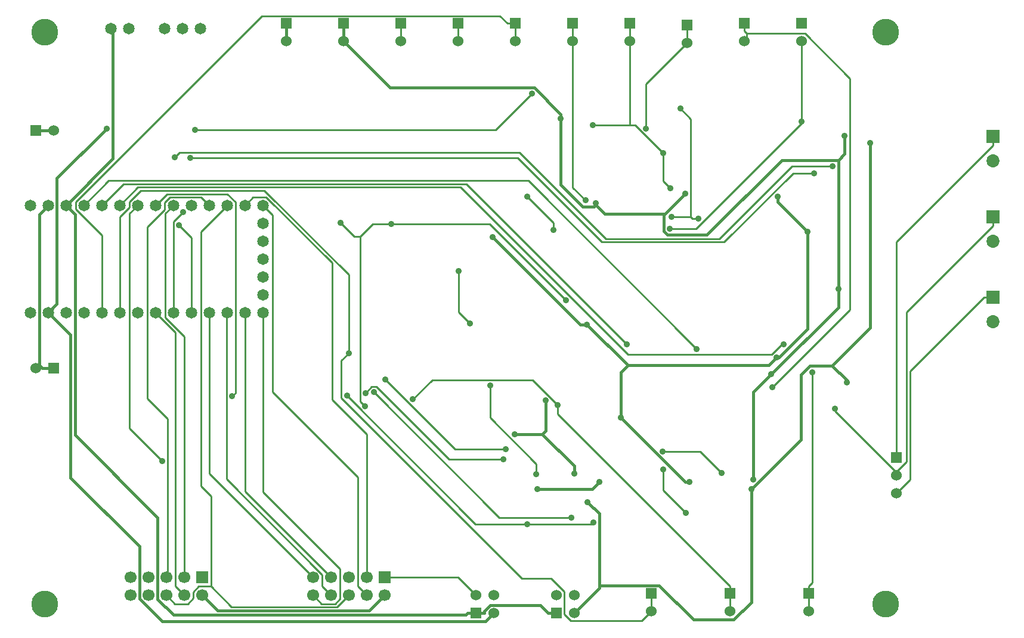
<source format=gbl>
%TF.GenerationSoftware,KiCad,Pcbnew,5.1.7-a382d34a8~87~ubuntu18.04.1*%
%TF.CreationDate,2023-01-26T10:12:30-08:00*%
%TF.ProjectId,potentiostat,706f7465-6e74-4696-9f73-7461742e6b69,rev?*%
%TF.SameCoordinates,Original*%
%TF.FileFunction,Copper,L2,Bot*%
%TF.FilePolarity,Positive*%
%FSLAX46Y46*%
G04 Gerber Fmt 4.6, Leading zero omitted, Abs format (unit mm)*
G04 Created by KiCad (PCBNEW 5.1.7-a382d34a8~87~ubuntu18.04.1) date 2023-01-26 10:12:30*
%MOMM*%
%LPD*%
G01*
G04 APERTURE LIST*
%TA.AperFunction,ComponentPad*%
%ADD10C,1.651000*%
%TD*%
%TA.AperFunction,ComponentPad*%
%ADD11R,1.524000X1.524000*%
%TD*%
%TA.AperFunction,ComponentPad*%
%ADD12C,1.524000*%
%TD*%
%TA.AperFunction,ComponentPad*%
%ADD13C,1.700000*%
%TD*%
%TA.AperFunction,ComponentPad*%
%ADD14R,1.700000X1.700000*%
%TD*%
%TA.AperFunction,ComponentPad*%
%ADD15C,3.810000*%
%TD*%
%TA.AperFunction,ComponentPad*%
%ADD16R,1.854200X1.854200*%
%TD*%
%TA.AperFunction,ComponentPad*%
%ADD17C,1.854200*%
%TD*%
%TA.AperFunction,ViaPad*%
%ADD18C,0.889000*%
%TD*%
%TA.AperFunction,Conductor*%
%ADD19C,0.381000*%
%TD*%
%TA.AperFunction,Conductor*%
%ADD20C,0.254000*%
%TD*%
G04 APERTURE END LIST*
D10*
%TO.P,U2,33*%
%TO.N,Net-(U2-Pad33)*%
X52540000Y-79180000D03*
%TO.P,U2,32*%
%TO.N,/GND*%
X55080000Y-79180000D03*
%TO.P,U2,31*%
%TO.N,/5V*%
X57620000Y-79180000D03*
%TO.P,U2,30*%
%TO.N,/SW_WRK_ELECT*%
X60160000Y-79180000D03*
%TO.P,U2,29*%
%TO.N,/SW_REF_ELECT*%
X62700000Y-79180000D03*
%TO.P,U2,28*%
%TO.N,/SW_CTR_ELECT*%
X65240000Y-79180000D03*
%TO.P,U2,27*%
%TO.N,/TIA_GAIN_A1*%
X67780000Y-79180000D03*
%TO.P,U2,26*%
%TO.N,/TIA_GAIN_A0*%
X70320000Y-79180000D03*
%TO.P,U2,25*%
%TO.N,/D7*%
X72860000Y-79180000D03*
%TO.P,U2,24*%
%TO.N,Net-(U2-Pad24)*%
X75400000Y-79180000D03*
%TO.P,U2,23*%
%TO.N,/SCL*%
X77940000Y-79180000D03*
%TO.P,U2,22*%
%TO.N,/SDA*%
X80480000Y-79180000D03*
%TO.P,U2,21*%
%TO.N,/TX_D1*%
X83020000Y-79180000D03*
%TO.P,U2,20*%
%TO.N,/RX_D0*%
X85560000Y-79180000D03*
%TO.P,U2,19*%
%TO.N,/DAC_GAIN_A1*%
X85560000Y-81720000D03*
%TO.P,U2,18*%
%TO.N,/DAC_GAIN_A0*%
X85560000Y-84260000D03*
%TO.P,U2,17*%
%TO.N,Net-(U2-Pad17)*%
X85560000Y-86800000D03*
%TO.P,U2,16*%
%TO.N,Net-(U2-Pad16)*%
X85560000Y-89340000D03*
%TO.P,U2,15*%
%TO.N,Net-(U2-Pad15)*%
X85560000Y-91880000D03*
%TO.P,U2,14*%
%TO.N,/CS*%
X85560000Y-94420000D03*
%TO.P,U2,13*%
%TO.N,/POCI*%
X83020000Y-94420000D03*
%TO.P,U2,12*%
%TO.N,/PICO*%
X80480000Y-94420000D03*
%TO.P,U2,11*%
%TO.N,/SCK*%
X77940000Y-94420000D03*
%TO.P,U2,10*%
%TO.N,/REF_GAIN_A1*%
X75400000Y-94420000D03*
%TO.P,U2,9*%
%TO.N,/REF_GAIN_A0*%
X72860000Y-94420000D03*
%TO.P,U2,8*%
%TO.N,/A3_D17*%
X70320000Y-94420000D03*
%TO.P,U2,7*%
%TO.N,/REF_ELECT_UNI*%
X67780000Y-94420000D03*
%TO.P,U2,6*%
%TO.N,/TIA_OUT_UNI*%
X65240000Y-94420000D03*
%TO.P,U2,5*%
%TO.N,/DAC_UNI*%
X62700000Y-94420000D03*
%TO.P,U2,4*%
%TO.N,Net-(U2-Pad4)*%
X60160000Y-94420000D03*
%TO.P,U2,3*%
%TO.N,Net-(U2-Pad3)*%
X57620000Y-94420000D03*
%TO.P,U2,2*%
%TO.N,/3V3*%
X55080000Y-94420000D03*
%TO.P,U2,1*%
%TO.N,Net-(U2-Pad1)*%
X52540000Y-94420000D03*
%TD*%
D11*
%TO.P,P5,1*%
%TO.N,/GND*%
X53340000Y-68580000D03*
D12*
%TO.P,P5,2*%
X55880000Y-68580000D03*
%TD*%
D11*
%TO.P,K1,1*%
%TO.N,/CTR_ELECT_OUT*%
X175514000Y-115062000D03*
D12*
%TO.P,K1,2*%
%TO.N,/REF_ELECT_OUT*%
X175514000Y-117602000D03*
%TO.P,K1,3*%
%TO.N,/WRK_ELECT_OUT*%
X175514000Y-120142000D03*
%TD*%
D13*
%TO.P,P14,10*%
%TO.N,/CS*%
X66802000Y-134620000D03*
%TO.P,P14,9*%
%TO.N,/SCK*%
X66802000Y-132080000D03*
%TO.P,P14,8*%
%TO.N,/PICO*%
X69342000Y-134620000D03*
%TO.P,P14,7*%
%TO.N,/POCI*%
X69342000Y-132080000D03*
%TO.P,P14,6*%
%TO.N,/SDA*%
X71882000Y-134620000D03*
%TO.P,P14,5*%
%TO.N,/SCL*%
X71882000Y-132080000D03*
%TO.P,P14,4*%
%TO.N,/A3_D17*%
X74422000Y-134620000D03*
%TO.P,P14,3*%
%TO.N,/D7*%
X74422000Y-132080000D03*
%TO.P,P14,2*%
%TO.N,/GND*%
X76962000Y-134620000D03*
D14*
%TO.P,P14,1*%
%TO.N,/VEXP*%
X76962000Y-132080000D03*
%TD*%
D13*
%TO.P,P13,10*%
%TO.N,/CS*%
X92710000Y-134620000D03*
%TO.P,P13,9*%
%TO.N,/SCK*%
X92710000Y-132080000D03*
%TO.P,P13,8*%
%TO.N,/PICO*%
X95250000Y-134620000D03*
%TO.P,P13,7*%
%TO.N,/POCI*%
X95250000Y-132080000D03*
%TO.P,P13,6*%
%TO.N,/SDA*%
X97790000Y-134620000D03*
%TO.P,P13,5*%
%TO.N,/SCL*%
X97790000Y-132080000D03*
%TO.P,P13,4*%
%TO.N,/RX_D0*%
X100330000Y-134620000D03*
%TO.P,P13,3*%
%TO.N,/TX_D1*%
X100330000Y-132080000D03*
%TO.P,P13,2*%
%TO.N,/GND*%
X102870000Y-134620000D03*
D14*
%TO.P,P13,1*%
%TO.N,/VUEXT*%
X102870000Y-132080000D03*
%TD*%
D11*
%TO.P,P7,1*%
%TO.N,/DAC_BIP*%
X129540000Y-53340000D03*
D12*
%TO.P,P7,2*%
X129540000Y-55880000D03*
%TD*%
D11*
%TO.P,P9,1*%
%TO.N,/DAC_BIP_NX*%
X137668000Y-53340000D03*
D12*
%TO.P,P9,2*%
X137668000Y-55880000D03*
%TD*%
D11*
%TO.P,P20,1*%
%TO.N,/CTR_ELECT*%
X163068000Y-134366000D03*
D12*
%TO.P,P20,2*%
X163068000Y-136906000D03*
%TD*%
%TO.P,P21,2*%
%TO.N,/REF_ELECT_UNI*%
X145796000Y-56134000D03*
D11*
%TO.P,P21,1*%
X145796000Y-53594000D03*
%TD*%
%TO.P,P19,1*%
%TO.N,/REF_ELECT_BUF*%
X153924000Y-53340000D03*
D12*
%TO.P,P19,2*%
X153924000Y-55880000D03*
%TD*%
D11*
%TO.P,P6,1*%
%TO.N,/DAC_UNI*%
X121412000Y-53340000D03*
D12*
%TO.P,P6,2*%
X121412000Y-55880000D03*
%TD*%
D11*
%TO.P,P10,1*%
%TO.N,/REF_0V6*%
X105156000Y-53340000D03*
D12*
%TO.P,P10,2*%
X105156000Y-55880000D03*
%TD*%
D11*
%TO.P,P12,1*%
%TO.N,/+15V*%
X97028000Y-53340000D03*
D12*
%TO.P,P12,2*%
X97028000Y-55880000D03*
%TD*%
D11*
%TO.P,P11,1*%
%TO.N,/-15V*%
X88900000Y-53340000D03*
D12*
%TO.P,P11,2*%
X88900000Y-55880000D03*
%TD*%
D11*
%TO.P,P4,1*%
%TO.N,/GND*%
X55880000Y-102362000D03*
D12*
%TO.P,P4,2*%
X53340000Y-102362000D03*
%TD*%
D11*
%TO.P,P18,1*%
%TO.N,/TIA_OUT_UNI*%
X140716000Y-134366000D03*
D12*
%TO.P,P18,2*%
X140716000Y-136906000D03*
%TD*%
D11*
%TO.P,P17,1*%
%TO.N,/TIA_OUT_BIP*%
X151892000Y-134366000D03*
D12*
%TO.P,P17,2*%
X151892000Y-136906000D03*
%TD*%
D11*
%TO.P,P8,1*%
%TO.N,/REF_NEG_0V6*%
X113284000Y-53340000D03*
D12*
%TO.P,P8,2*%
X113284000Y-55880000D03*
%TD*%
D11*
%TO.P,P16,1*%
%TO.N,/5V*%
X127254000Y-137160000D03*
D12*
%TO.P,P16,2*%
%TO.N,/VEXP*%
X127254000Y-134620000D03*
%TO.P,P16,3*%
%TO.N,/3V3*%
X129794000Y-137160000D03*
%TO.P,P16,4*%
%TO.N,/VEXP*%
X129794000Y-134620000D03*
%TD*%
D11*
%TO.P,P15,1*%
%TO.N,/5V*%
X115824000Y-137160000D03*
D12*
%TO.P,P15,2*%
%TO.N,/VUEXT*%
X115824000Y-134620000D03*
%TO.P,P15,3*%
%TO.N,/3V3*%
X118364000Y-137160000D03*
%TO.P,P15,4*%
%TO.N,/VUEXT*%
X118364000Y-134620000D03*
%TD*%
D15*
%TO.P,H3,*%
%TO.N,*%
X173990000Y-135890000D03*
%TD*%
%TO.P,H4,*%
%TO.N,*%
X54610000Y-135890000D03*
%TD*%
%TO.P,H1,*%
%TO.N,*%
X54610000Y-54610000D03*
%TD*%
%TO.P,H2,*%
%TO.N,*%
X173990000Y-54610000D03*
%TD*%
D11*
%TO.P,P22,1*%
%TO.N,/REF_ELECT_BIP*%
X162052000Y-53340000D03*
D12*
%TO.P,P22,2*%
X162052000Y-55880000D03*
%TD*%
D10*
%TO.P,U6,1*%
%TO.N,/5V*%
X64008000Y-54102000D03*
%TO.P,U6,2*%
%TO.N,/GND*%
X66548000Y-54102000D03*
%TO.P,U6,4*%
%TO.N,/-15V*%
X71628000Y-54102000D03*
%TO.P,U6,5*%
%TO.N,/GND*%
X74168000Y-54102000D03*
%TO.P,U6,6*%
%TO.N,/+15V*%
X76708000Y-54102000D03*
%TD*%
D16*
%TO.P,P1,1*%
%TO.N,/CTR_ELECT_OUT*%
X189230000Y-69369940D03*
D17*
%TO.P,P1,2*%
%TO.N,/GND*%
X189230000Y-72870060D03*
%TD*%
%TO.P,P2,2*%
%TO.N,/GND*%
X189230000Y-84300060D03*
D16*
%TO.P,P2,1*%
%TO.N,/REF_ELECT_OUT*%
X189230000Y-80799940D03*
%TD*%
%TO.P,P3,1*%
%TO.N,/WRK_ELECT_OUT*%
X189230000Y-92229940D03*
D17*
%TO.P,P3,2*%
%TO.N,/GND*%
X189230000Y-95730060D03*
%TD*%
D18*
%TO.N,/3V3*%
X168449300Y-104352800D03*
X154893800Y-119524600D03*
X131667000Y-121339600D03*
X171800400Y-70352500D03*
X63366000Y-68288300D03*
%TO.N,/CTR_ELECT*%
X163531100Y-102922400D03*
%TO.N,/DAC_BIP*%
X131360500Y-78481900D03*
%TO.N,/DAC_BIP_NX*%
X132449100Y-67805200D03*
X142416700Y-71796700D03*
X143459200Y-76744100D03*
%TO.N,/GND*%
X133302300Y-118491000D03*
X124555200Y-119475200D03*
%TO.N,/REF_ELECT_BUF*%
X157920700Y-105029000D03*
%TO.N,/REF_ELECT_UNI*%
X139984300Y-68253900D03*
X113371100Y-88517100D03*
X115001800Y-96009200D03*
%TO.N,/TIA_OUT_BIP*%
X127438700Y-107539600D03*
X106860600Y-106722700D03*
%TO.N,/TIA_OUT_UNI*%
X97763000Y-100203000D03*
%TO.N,/WRK_ELECT*%
X142368500Y-116677300D03*
X145653800Y-122936100D03*
%TO.N,/-15V*%
X158654400Y-77953900D03*
X158453200Y-100838600D03*
X118221800Y-83726000D03*
X131561100Y-96116100D03*
X162916000Y-82931000D03*
X146168300Y-118491000D03*
X136371300Y-109350300D03*
%TO.N,/+15V*%
X167253800Y-91059000D03*
X145526300Y-77510100D03*
X168150800Y-69276100D03*
X155171000Y-118120400D03*
X157754100Y-103157500D03*
X125715800Y-106930800D03*
X121296500Y-111727400D03*
X127863100Y-66853400D03*
X132829000Y-78871700D03*
X129755500Y-117313000D03*
%TO.N,Net-(C6-Pad2)*%
X123136500Y-77912300D03*
X126862800Y-82685100D03*
%TO.N,Net-(C28-Pad1)*%
X150737900Y-117221000D03*
X142357800Y-114148700D03*
%TO.N,/REF_ELECT_OUT*%
X166802900Y-108077000D03*
%TO.N,/REF_NEG_0V6*%
X128590300Y-92645600D03*
X100058800Y-107736200D03*
X103818500Y-81802700D03*
X96622000Y-81666200D03*
%TO.N,/REF_ELECT_BIP*%
X162052000Y-67310000D03*
X143353100Y-82518300D03*
%TO.N,Net-(R10-Pad2)*%
X144872500Y-65440100D03*
X143604900Y-80841200D03*
X147390200Y-81044400D03*
%TO.N,Net-(R27-Pad2)*%
X117831800Y-104767300D03*
X124393900Y-117394800D03*
%TO.N,/REF_GAIN_A1*%
X73659700Y-82017700D03*
%TO.N,/REF_GAIN_A0*%
X74243900Y-80152400D03*
%TO.N,/SW_WRK_ELECT*%
X147180400Y-99616500D03*
%TO.N,/SW_REF_ELECT*%
X137276600Y-98934800D03*
%TO.N,/SW_CTR_ELECT*%
X159503100Y-98925000D03*
%TO.N,/TIA_GAIN_A1*%
X71250800Y-115519500D03*
%TO.N,/TIA_GAIN_A0*%
X81194500Y-106327100D03*
%TO.N,/SW_GAIN_INV_1X*%
X75946000Y-68451500D03*
X123768400Y-63318300D03*
%TO.N,/SW_GAIN_INV_2X*%
X75248300Y-72474900D03*
X163841800Y-74611200D03*
%TO.N,/SW_GAIN_INV_5X*%
X73042000Y-72372200D03*
X166415200Y-73660000D03*
%TO.N,/SW_TIA_GAIN_4*%
X100140300Y-105899900D03*
X119721200Y-115316000D03*
%TO.N,/SW_TIA_GAIN_3*%
X101326300Y-105752200D03*
X129322000Y-123571000D03*
%TO.N,/SW_TIA_GAIN_2*%
X132464900Y-124290700D03*
X123120800Y-124549000D03*
X97487200Y-106262200D03*
%TO.N,/SW_TIA_GAIN_1*%
X102928100Y-103945200D03*
X120008600Y-113845200D03*
%TD*%
D19*
%TO.N,/3V3*%
X166370500Y-101975900D02*
X171800400Y-96546000D01*
X171800400Y-96546000D02*
X171800400Y-70352500D01*
X154893800Y-119524600D02*
X154952700Y-119524600D01*
X154952700Y-119524600D02*
X161954600Y-112522700D01*
X161954600Y-112522700D02*
X161954600Y-103275400D01*
X161954600Y-103275400D02*
X163254100Y-101975900D01*
X163254100Y-101975900D02*
X166370500Y-101975900D01*
X166370500Y-101975900D02*
X168449300Y-104054700D01*
X168449300Y-104054700D02*
X168449300Y-104352800D01*
X133347600Y-133193800D02*
X141816100Y-133193800D01*
X141816100Y-133193800D02*
X146703700Y-138081400D01*
X146703700Y-138081400D02*
X152422500Y-138081400D01*
X152422500Y-138081400D02*
X154893800Y-135610100D01*
X154893800Y-135610100D02*
X154893800Y-119524600D01*
X133347600Y-133193800D02*
X133347600Y-123020200D01*
X133347600Y-123020200D02*
X131667000Y-121339600D01*
X129794000Y-137160000D02*
X133347600Y-133606400D01*
X133347600Y-133606400D02*
X133347600Y-133193800D01*
X55080000Y-94420000D02*
X58254800Y-97594800D01*
X58254800Y-97594800D02*
X58254800Y-117864400D01*
X58254800Y-117864400D02*
X68072000Y-127681600D01*
X68072000Y-127681600D02*
X68072000Y-135123000D01*
X68072000Y-135123000D02*
X71277300Y-138328300D01*
X71277300Y-138328300D02*
X117195700Y-138328300D01*
X117195700Y-138328300D02*
X118364000Y-137160000D01*
X55080000Y-94420000D02*
X56299600Y-93200400D01*
X56299600Y-93200400D02*
X56299600Y-75354700D01*
X56299600Y-75354700D02*
X63366000Y-68288300D01*
%TO.N,/5V*%
X64008000Y-54102000D02*
X64255600Y-54349600D01*
X64255600Y-54349600D02*
X64255600Y-72544400D01*
X64255600Y-72544400D02*
X57620000Y-79180000D01*
X57620000Y-79180000D02*
X58890000Y-80450000D01*
X58890000Y-80450000D02*
X58890000Y-111814200D01*
X58890000Y-111814200D02*
X70612000Y-123536200D01*
X70612000Y-123536200D02*
X70612000Y-135157500D01*
X70612000Y-135157500D02*
X72869600Y-137415100D01*
X72869600Y-137415100D02*
X114412900Y-137415100D01*
X114412900Y-137415100D02*
X114668000Y-137160000D01*
X115824000Y-137160000D02*
X114668000Y-137160000D01*
X116402000Y-137160000D02*
X115824000Y-137160000D01*
X116402000Y-137160000D02*
X116980000Y-137160000D01*
X127254000Y-137160000D02*
X126098000Y-137160000D01*
X116980000Y-137160000D02*
X116980000Y-136871000D01*
X116980000Y-136871000D02*
X117847000Y-136004000D01*
X117847000Y-136004000D02*
X124942000Y-136004000D01*
X124942000Y-136004000D02*
X126098000Y-137160000D01*
D20*
%TO.N,/CS*%
X92710000Y-134620000D02*
X93926100Y-135836100D01*
X93926100Y-135836100D02*
X95801800Y-135836100D01*
X95801800Y-135836100D02*
X96520000Y-135117900D01*
X96520000Y-135117900D02*
X96520000Y-130899300D01*
X96520000Y-130899300D02*
X85560000Y-119939300D01*
X85560000Y-119939300D02*
X85560000Y-94420000D01*
%TO.N,/CTR_ELECT*%
X163068000Y-133273500D02*
X163531100Y-132810400D01*
X163531100Y-132810400D02*
X163531100Y-102922400D01*
X163068000Y-134366000D02*
X163068000Y-133273500D01*
X163068000Y-136906000D02*
X163068000Y-134366000D01*
%TO.N,/DAC_BIP*%
X129540000Y-55880000D02*
X129540000Y-76661400D01*
X129540000Y-76661400D02*
X131360500Y-78481900D01*
X129540000Y-53340000D02*
X129540000Y-55880000D01*
%TO.N,/DAC_BIP_NX*%
X137668000Y-67805200D02*
X132449100Y-67805200D01*
X137668000Y-67805200D02*
X137668000Y-55880000D01*
X142416700Y-71796700D02*
X138425200Y-67805200D01*
X138425200Y-67805200D02*
X137668000Y-67805200D01*
X143459200Y-76744100D02*
X142416700Y-75701600D01*
X142416700Y-75701600D02*
X142416700Y-71796700D01*
X137668000Y-55880000D02*
X137668000Y-53340000D01*
%TO.N,/DAC_UNI*%
X121412000Y-53340000D02*
X120319500Y-53340000D01*
X120319500Y-53340000D02*
X119226900Y-52247400D01*
X119226900Y-52247400D02*
X85433100Y-52247400D01*
X85433100Y-52247400D02*
X59003600Y-78676900D01*
X59003600Y-78676900D02*
X59003600Y-79742600D01*
X59003600Y-79742600D02*
X62700000Y-83439000D01*
X62700000Y-83439000D02*
X62700000Y-94420000D01*
X121412000Y-55880000D02*
X121412000Y-53340000D01*
D19*
%TO.N,/GND*%
X124555200Y-119475200D02*
X132318100Y-119475200D01*
X132318100Y-119475200D02*
X133302300Y-118491000D01*
X102870000Y-134620000D02*
X100675200Y-136814800D01*
X100675200Y-136814800D02*
X79156800Y-136814800D01*
X79156800Y-136814800D02*
X76962000Y-134620000D01*
X53340000Y-68580000D02*
X55880000Y-68580000D01*
X53810000Y-101892000D02*
X53340000Y-102362000D01*
X55080000Y-79180000D02*
X53810000Y-80450000D01*
X53810000Y-80450000D02*
X53810000Y-101892000D01*
X55880000Y-102362000D02*
X54280000Y-102362000D01*
X54280000Y-102362000D02*
X53810000Y-101892000D01*
D20*
%TO.N,/REF_0V6*%
X105156000Y-55880000D02*
X105156000Y-53340000D01*
%TO.N,/REF_ELECT_BUF*%
X157920700Y-105029000D02*
X168925800Y-94023900D01*
X168925800Y-94023900D02*
X168925800Y-61184400D01*
X168925800Y-61184400D02*
X162519800Y-54778400D01*
X162519800Y-54778400D02*
X154215900Y-54778400D01*
X154215900Y-54778400D02*
X154215900Y-54724400D01*
X154215900Y-54724400D02*
X153924000Y-54432500D01*
X153924000Y-55880000D02*
X154215900Y-55588100D01*
X154215900Y-55588100D02*
X154215900Y-54778400D01*
X153924000Y-53340000D02*
X153924000Y-54432500D01*
%TO.N,/REF_ELECT_UNI*%
X139984300Y-68253900D02*
X139984300Y-61945700D01*
X139984300Y-61945700D02*
X145796000Y-56134000D01*
X115001800Y-96009200D02*
X113371100Y-94378500D01*
X113371100Y-94378500D02*
X113371100Y-88517100D01*
X145796000Y-53594000D02*
X145796000Y-56134000D01*
%TO.N,/SCK*%
X92710000Y-132080000D02*
X77940000Y-117310000D01*
X77940000Y-117310000D02*
X77940000Y-94420000D01*
%TO.N,/SCL*%
X71882000Y-132080000D02*
X72025800Y-131936200D01*
X72025800Y-131936200D02*
X72025800Y-109523800D01*
X72025800Y-109523800D02*
X69147600Y-106645600D01*
X69147600Y-106645600D02*
X69147600Y-82245300D01*
X69147600Y-82245300D02*
X71590000Y-79802900D01*
X71590000Y-79802900D02*
X71590000Y-78790700D01*
X71590000Y-78790700D02*
X72357000Y-78023700D01*
X72357000Y-78023700D02*
X76783700Y-78023700D01*
X76783700Y-78023700D02*
X77940000Y-79180000D01*
%TO.N,/SDA*%
X78183300Y-133350000D02*
X76484200Y-133350000D01*
X76484200Y-133350000D02*
X75692000Y-134142200D01*
X75692000Y-134142200D02*
X75692000Y-135045600D01*
X75692000Y-135045600D02*
X74907200Y-135830400D01*
X74907200Y-135830400D02*
X73092400Y-135830400D01*
X73092400Y-135830400D02*
X71882000Y-134620000D01*
X97790000Y-134620000D02*
X96116300Y-136293700D01*
X96116300Y-136293700D02*
X81127000Y-136293700D01*
X81127000Y-136293700D02*
X78183300Y-133350000D01*
X78183300Y-133350000D02*
X78183300Y-120511700D01*
X78183300Y-120511700D02*
X76759100Y-119087500D01*
X76759100Y-119087500D02*
X76759100Y-82900900D01*
X76759100Y-82900900D02*
X80480000Y-79180000D01*
%TO.N,/TIA_OUT_BIP*%
X151892000Y-134366000D02*
X151892000Y-133273500D01*
X151892000Y-133273500D02*
X127438700Y-108820200D01*
X127438700Y-108820200D02*
X127438700Y-107539600D01*
X151892000Y-136906000D02*
X151892000Y-134366000D01*
X127438700Y-107539600D02*
X123887200Y-103988100D01*
X123887200Y-103988100D02*
X109595200Y-103988100D01*
X109595200Y-103988100D02*
X106860600Y-106722700D01*
%TO.N,/TIA_OUT_UNI*%
X65240000Y-94420000D02*
X65240000Y-80815000D01*
X65240000Y-80815000D02*
X66623900Y-79431100D01*
X66623900Y-79431100D02*
X66623900Y-78692300D01*
X66623900Y-78692300D02*
X68258800Y-77057400D01*
X68258800Y-77057400D02*
X85758300Y-77057400D01*
X85758300Y-77057400D02*
X97763000Y-89062100D01*
X97763000Y-89062100D02*
X97763000Y-100203000D01*
X97763000Y-100203000D02*
X96712200Y-101253800D01*
X96712200Y-101253800D02*
X96712200Y-106590400D01*
X96712200Y-106590400D02*
X122331600Y-132209800D01*
X122331600Y-132209800D02*
X126456200Y-132209800D01*
X126456200Y-132209800D02*
X128362200Y-134115800D01*
X128362200Y-134115800D02*
X128362200Y-137322200D01*
X128362200Y-137322200D02*
X129298500Y-138258500D01*
X129298500Y-138258500D02*
X139363500Y-138258500D01*
X139363500Y-138258500D02*
X140716000Y-136906000D01*
X140716000Y-136906000D02*
X140716000Y-134366000D01*
%TO.N,/VUEXT*%
X102870000Y-132080000D02*
X113284000Y-132080000D01*
X113284000Y-132080000D02*
X115824000Y-134620000D01*
%TO.N,/WRK_ELECT*%
X142368500Y-116677300D02*
X142368500Y-119650800D01*
X142368500Y-119650800D02*
X145653800Y-122936100D01*
D19*
%TO.N,/-15V*%
X162916000Y-82931000D02*
X158654400Y-78669400D01*
X158654400Y-78669400D02*
X158654400Y-77953900D01*
X162916000Y-82931000D02*
X162916000Y-96709800D01*
X162916000Y-96709800D02*
X158787200Y-100838600D01*
X158787200Y-100838600D02*
X158453200Y-100838600D01*
X137388300Y-101943300D02*
X157348500Y-101943300D01*
X157348500Y-101943300D02*
X158453200Y-100838600D01*
X137388300Y-101943300D02*
X131561100Y-96116100D01*
X136371300Y-109350300D02*
X136371300Y-102960300D01*
X136371300Y-102960300D02*
X137388300Y-101943300D01*
X131561100Y-96116100D02*
X130611900Y-96116100D01*
X130611900Y-96116100D02*
X118221800Y-83726000D01*
X146168300Y-118491000D02*
X145512000Y-118491000D01*
X145512000Y-118491000D02*
X136371300Y-109350300D01*
X88900000Y-55880000D02*
X88900000Y-53340000D01*
%TO.N,/+15V*%
X167253800Y-91059000D02*
X167253800Y-93657800D01*
X167253800Y-93657800D02*
X157754100Y-103157500D01*
X167253600Y-72775600D02*
X167253800Y-72775800D01*
X167253800Y-72775800D02*
X167253800Y-91059000D01*
X167253600Y-72775600D02*
X168150800Y-71878400D01*
X168150800Y-71878400D02*
X168150800Y-69276100D01*
X142497600Y-80359700D02*
X142497600Y-82852700D01*
X142497600Y-82852700D02*
X143024500Y-83379600D01*
X143024500Y-83379600D02*
X148615200Y-83379600D01*
X148615200Y-83379600D02*
X159219200Y-72775600D01*
X159219200Y-72775600D02*
X167253600Y-72775600D01*
X142497600Y-80359700D02*
X142676700Y-80359700D01*
X142676700Y-80359700D02*
X145526300Y-77510100D01*
X132829000Y-79104300D02*
X134084400Y-80359700D01*
X134084400Y-80359700D02*
X142497600Y-80359700D01*
X157754100Y-103157500D02*
X155171000Y-105740600D01*
X155171000Y-105740600D02*
X155171000Y-118120400D01*
X125232500Y-111727400D02*
X125715800Y-111244100D01*
X125715800Y-111244100D02*
X125715800Y-106930800D01*
X125232500Y-111727400D02*
X121296500Y-111727400D01*
X129755500Y-117313000D02*
X129755500Y-116250400D01*
X129755500Y-116250400D02*
X125232500Y-111727400D01*
X127863100Y-66853400D02*
X127863100Y-66227100D01*
X127863100Y-66227100D02*
X124115800Y-62479800D01*
X124115800Y-62479800D02*
X103627800Y-62479800D01*
X103627800Y-62479800D02*
X97028000Y-55880000D01*
X127863100Y-66853400D02*
X127863100Y-76226500D01*
X127863100Y-76226500D02*
X130977100Y-79340500D01*
X130977100Y-79340500D02*
X132592800Y-79340500D01*
X132592800Y-79340500D02*
X132829000Y-79104300D01*
X132829000Y-78871700D02*
X132829000Y-79104300D01*
X97028000Y-55880000D02*
X97028000Y-53340000D01*
D20*
%TO.N,Net-(C6-Pad2)*%
X123136500Y-77912300D02*
X126862800Y-81638600D01*
X126862800Y-81638600D02*
X126862800Y-82685100D01*
%TO.N,Net-(C28-Pad1)*%
X150737900Y-117221000D02*
X147665600Y-114148700D01*
X147665600Y-114148700D02*
X142357800Y-114148700D01*
%TO.N,/WRK_ELECT_OUT*%
X189230000Y-92229900D02*
X187972400Y-92229900D01*
X187972400Y-92229900D02*
X177459400Y-102742900D01*
X177459400Y-102742900D02*
X177459400Y-118196600D01*
X177459400Y-118196600D02*
X175514000Y-120142000D01*
%TO.N,/REF_ELECT_OUT*%
X175514000Y-116878300D02*
X175288800Y-116878300D01*
X175288800Y-116878300D02*
X166802900Y-108392400D01*
X166802900Y-108392400D02*
X166802900Y-108077000D01*
X175514000Y-116878300D02*
X175694900Y-116878300D01*
X175694900Y-116878300D02*
X176961400Y-115611800D01*
X176961400Y-115611800D02*
X176961400Y-94326100D01*
X176961400Y-94326100D02*
X189230000Y-82057500D01*
X175514000Y-117602000D02*
X175514000Y-116878300D01*
X189230000Y-80799900D02*
X189230000Y-82057500D01*
%TO.N,/CTR_ELECT_OUT*%
X175514000Y-115062000D02*
X175514000Y-84343500D01*
X175514000Y-84343500D02*
X189230000Y-70627500D01*
X189230000Y-69369900D02*
X189230000Y-70627500D01*
%TO.N,/REF_NEG_0V6*%
X103818500Y-81802700D02*
X117747400Y-81802700D01*
X117747400Y-81802700D02*
X128590300Y-92645600D01*
X99365200Y-83626600D02*
X99365200Y-107042600D01*
X99365200Y-107042600D02*
X100058800Y-107736200D01*
X99365200Y-83626600D02*
X101189100Y-81802700D01*
X101189100Y-81802700D02*
X103818500Y-81802700D01*
X96622000Y-81666200D02*
X98582400Y-83626600D01*
X98582400Y-83626600D02*
X99365200Y-83626600D01*
X113284000Y-53340000D02*
X113284000Y-55880000D01*
%TO.N,/REF_ELECT_BIP*%
X162052000Y-67310000D02*
X162052000Y-67486400D01*
X162052000Y-67486400D02*
X147020100Y-82518300D01*
X147020100Y-82518300D02*
X143353100Y-82518300D01*
X162052000Y-55880000D02*
X162052000Y-67310000D01*
%TO.N,Net-(R10-Pad2)*%
X146336100Y-80841200D02*
X146336100Y-66903700D01*
X146336100Y-66903700D02*
X144872500Y-65440100D01*
X147390200Y-81044400D02*
X146539300Y-81044400D01*
X146539300Y-81044400D02*
X146336100Y-80841200D01*
X146336100Y-80841200D02*
X143604900Y-80841200D01*
%TO.N,Net-(R27-Pad2)*%
X117831800Y-104767300D02*
X117831800Y-109362200D01*
X117831800Y-109362200D02*
X124393900Y-115924300D01*
X124393900Y-115924300D02*
X124393900Y-117394800D01*
%TO.N,/REF_GAIN_A1*%
X75400000Y-94420000D02*
X75400000Y-83758000D01*
X75400000Y-83758000D02*
X73659700Y-82017700D01*
%TO.N,/REF_GAIN_A0*%
X72860000Y-94420000D02*
X72860000Y-81536300D01*
X72860000Y-81536300D02*
X74243900Y-80152400D01*
%TO.N,/SW_WRK_ELECT*%
X147180400Y-99616500D02*
X123236100Y-75672200D01*
X123236100Y-75672200D02*
X63667800Y-75672200D01*
X63667800Y-75672200D02*
X60160000Y-79180000D01*
%TO.N,/SW_REF_ELECT*%
X62700000Y-79180000D02*
X65750200Y-76129800D01*
X65750200Y-76129800D02*
X114471600Y-76129800D01*
X114471600Y-76129800D02*
X137276600Y-98934800D01*
%TO.N,/SW_CTR_ELECT*%
X65240000Y-79180000D02*
X67820200Y-76599800D01*
X67820200Y-76599800D02*
X113640800Y-76599800D01*
X113640800Y-76599800D02*
X137432500Y-100391500D01*
X137432500Y-100391500D02*
X157804300Y-100391500D01*
X157804300Y-100391500D02*
X159270800Y-98925000D01*
X159270800Y-98925000D02*
X159503100Y-98925000D01*
%TO.N,/TIA_GAIN_A1*%
X71250800Y-115519500D02*
X66622500Y-110891200D01*
X66622500Y-110891200D02*
X66622500Y-80337500D01*
X66622500Y-80337500D02*
X67780000Y-79180000D01*
%TO.N,/TIA_GAIN_A0*%
X70320000Y-79180000D02*
X71934200Y-77565800D01*
X71934200Y-77565800D02*
X80548500Y-77565800D01*
X80548500Y-77565800D02*
X81680600Y-78697900D01*
X81680600Y-78697900D02*
X81680600Y-105841000D01*
X81680600Y-105841000D02*
X81194500Y-106327100D01*
%TO.N,/SW_GAIN_INV_1X*%
X123768400Y-63318300D02*
X118635200Y-68451500D01*
X118635200Y-68451500D02*
X75946000Y-68451500D01*
%TO.N,/SW_GAIN_INV_2X*%
X163841800Y-74611200D02*
X163841800Y-74611300D01*
X163841800Y-74611300D02*
X160847700Y-74611300D01*
X160847700Y-74611300D02*
X151052300Y-84406700D01*
X151052300Y-84406700D02*
X133713500Y-84406700D01*
X133713500Y-84406700D02*
X121781700Y-72474900D01*
X121781700Y-72474900D02*
X75248300Y-72474900D01*
%TO.N,/SW_GAIN_INV_5X*%
X73042000Y-72372200D02*
X73715100Y-71699100D01*
X73715100Y-71699100D02*
X122030900Y-71699100D01*
X122030900Y-71699100D02*
X134281000Y-83949200D01*
X134281000Y-83949200D02*
X150380400Y-83949200D01*
X150380400Y-83949200D02*
X160669600Y-73660000D01*
X160669600Y-73660000D02*
X166415200Y-73660000D01*
%TO.N,/SW_TIA_GAIN_4*%
X119721200Y-115316000D02*
X111986200Y-115316000D01*
X111986200Y-115316000D02*
X101647400Y-104977200D01*
X101647400Y-104977200D02*
X101005300Y-104977200D01*
X101005300Y-104977200D02*
X100140300Y-105842200D01*
X100140300Y-105842200D02*
X100140300Y-105899900D01*
%TO.N,/SW_TIA_GAIN_3*%
X101326300Y-105752200D02*
X119145100Y-123571000D01*
X119145100Y-123571000D02*
X129322000Y-123571000D01*
%TO.N,/SW_TIA_GAIN_2*%
X123120800Y-124549000D02*
X132206600Y-124549000D01*
X132206600Y-124549000D02*
X132464900Y-124290700D01*
X97487200Y-106262200D02*
X115774000Y-124549000D01*
X115774000Y-124549000D02*
X123120800Y-124549000D01*
%TO.N,/SW_TIA_GAIN_1*%
X120008600Y-113845200D02*
X112828100Y-113845200D01*
X112828100Y-113845200D02*
X102928100Y-103945200D01*
%TO.N,/PICO*%
X95250000Y-134620000D02*
X93980000Y-133350000D01*
X93980000Y-133350000D02*
X93980000Y-131678300D01*
X93980000Y-131678300D02*
X80402900Y-118101200D01*
X80402900Y-118101200D02*
X80402900Y-94497100D01*
X80402900Y-94497100D02*
X80480000Y-94420000D01*
%TO.N,/POCI*%
X95250000Y-132080000D02*
X83020000Y-119850000D01*
X83020000Y-119850000D02*
X83020000Y-94420000D01*
%TO.N,/RX_D0*%
X100330000Y-134620000D02*
X99060000Y-133350000D01*
X99060000Y-133350000D02*
X99060000Y-117800500D01*
X99060000Y-117800500D02*
X86943900Y-105684400D01*
X86943900Y-105684400D02*
X86943900Y-80563900D01*
X86943900Y-80563900D02*
X85560000Y-79180000D01*
%TO.N,/TX_D1*%
X83020000Y-79180000D02*
X84189100Y-78010900D01*
X84189100Y-78010900D02*
X86042900Y-78010900D01*
X86042900Y-78010900D02*
X95385100Y-87353100D01*
X95385100Y-87353100D02*
X95385100Y-106780700D01*
X95385100Y-106780700D02*
X100330000Y-111725600D01*
X100330000Y-111725600D02*
X100330000Y-132080000D01*
%TO.N,/A3_D17*%
X74422000Y-134620000D02*
X73152000Y-133350000D01*
X73152000Y-133350000D02*
X73152000Y-97252000D01*
X73152000Y-97252000D02*
X70320000Y-94420000D01*
%TO.N,/D7*%
X74422000Y-132080000D02*
X74422000Y-97874900D01*
X74422000Y-97874900D02*
X71697200Y-95150100D01*
X71697200Y-95150100D02*
X71697200Y-80342800D01*
X71697200Y-80342800D02*
X72860000Y-79180000D01*
%TD*%
M02*

</source>
